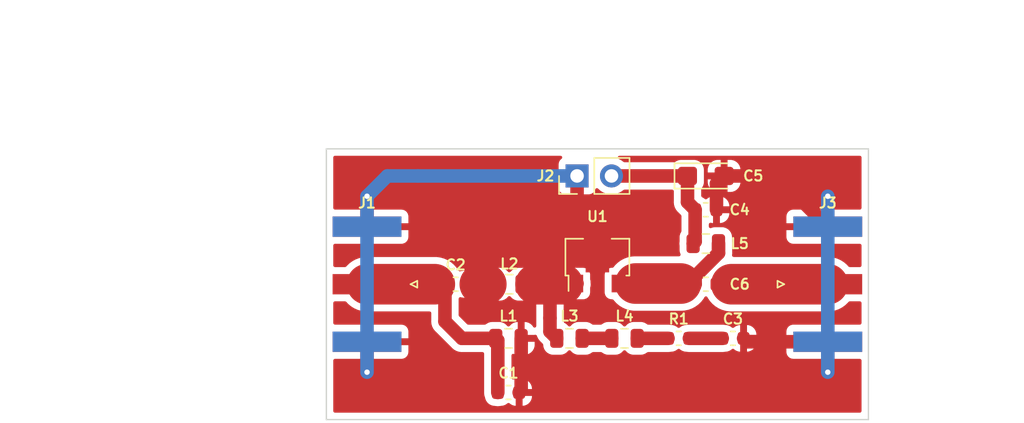
<source format=kicad_pcb>
(kicad_pcb (version 20201116) (generator pcbnew)
  (layers (0 "F.Cu" signal) (31 "B.Cu" signal) (34 "B.Paste" user) (35 "F.Paste" user) (36 "B.SilkS" user "B.Silkscreen") (37 "F.SilkS" user "F.Silkscreen") (38 "B.Mask" user) (39 "F.Mask" user) (44 "Edge.Cuts" user))
  (net 0 "")
  (net 1 "GND")
  (net 2 "Net-(C1-Pad1)")
  (net 3 "Net-(C2-Pad2)")
  (net 4 "Net-(C3-Pad1)")
  (net 5 "5V")
  (net 6 "Net-(C6-Pad2)")
  (net 7 "Net-(C6-Pad1)")
  (net 8 "Net-(L3-Pad1)")
  (net 9 "Net-(L3-Pad2)")
  (net 10 "Net-(L4-Pad2)")
  (footprint "Capacitor_SMD:C_0603_1608Metric" (layer "F.Cu") (at 138.4375 103)
    (fp_text reference "C1" (at 0 -1.43) (layer "F.SilkS") (effects (font (size 0.75 0.75))))
    (fp_text value "47pF")
    (fp_line (start -0.162779 -0.51) (end 0.162779 -0.51) (layer "F.SilkS") (width 0.12))
    (fp_line (start -0.162779 0.51) (end 0.162779 0.51) (layer "F.SilkS") (width 0.12))
    (pad "1" smd roundrect (at -0.7875 0) (size 0.875 0.95) (layers "F.Cu" "F.Paste" "F.Mask") (net 2 "Net-(C1-Pad1)"))
    (pad "2" smd roundrect (at 0.7875 0) (size 0.875 0.95) (layers "F.Cu" "F.Paste" "F.Mask") (net 1 "GND"))
  )
  (footprint "Capacitor_SMD:C_0603_1608Metric" (layer "F.Cu") (at 153 95)
    (fp_text reference "C6" (at 2.5 0) (layer "F.SilkS") (effects (font (size 0.75 0.75))))
    (fp_text value "0.01uF")
    (fp_line (start -0.162779 0.51) (end 0.162779 0.51) (layer "F.SilkS") (width 0.12))
    (fp_line (start -0.162779 -0.51) (end 0.162779 -0.51) (layer "F.SilkS") (width 0.12))
    (pad "1" smd roundrect (at -0.7875 0) (size 0.875 0.95) (layers "F.Cu" "F.Paste" "F.Mask") (net 7 "Net-(C6-Pad1)"))
    (pad "2" smd roundrect (at 0.7875 0) (size 0.875 0.95) (layers "F.Cu" "F.Paste" "F.Mask") (net 6 "Net-(C6-Pad2)"))
  )
  (footprint "Package_TO_SOT_SMD:SOT-89-3" (layer "F.Cu") (at 145 93.3 90)
    (fp_text reference "U1" (at 3.3 0 180) (layer "F.SilkS") (effects (font (size 0.75 0.75))))
    (fp_text value "PGA-103+")
    (fp_line (start 1.66 2.36) (end -1.06 2.36) (layer "F.SilkS") (width 0.12))
    (fp_line (start -2.2 -2.13) (end -1.06 -2.13) (layer "F.SilkS") (width 0.12))
    (fp_line (start -1.06 -2.36) (end -1.06 -2.13) (layer "F.SilkS") (width 0.12))
    (fp_line (start -1.06 2.36) (end -1.06 2.13) (layer "F.SilkS") (width 0.12))
    (fp_line (start 1.66 1.05) (end 1.66 2.36) (layer "F.SilkS") (width 0.12))
    (fp_line (start -1.06 -2.36) (end 1.66 -2.36) (layer "F.SilkS") (width 0.12))
    (fp_line (start 1.66 -2.36) (end 1.66 -1.05) (layer "F.SilkS") (width 0.12))
    (pad "1" smd rect (at -1.65 -1.5 90) (size 1.3 0.9) (layers "F.Cu" "F.Paste" "F.Mask") (net 8 "Net-(L3-Pad1)"))
    (pad "2" smd custom (at -1.5625 0 90) (size 1.475 0.9) (layers "F.Cu" "F.Paste" "F.Mask") (net 1 "GND") (options (clearance outline) (anchor rect)) (primitives (gr_poly (pts (xy 0.7375 -0.8665) (xy 3.8625 -0.8665) (xy 3.8625 0.8665) (xy 0.7375 0.8665)) (width 0) (fill yes))))
    (pad "3" smd rect (at -1.65 1.5 90) (size 1.3 0.9) (layers "F.Cu" "F.Paste" "F.Mask") (net 7 "Net-(C6-Pad1)"))
  )
  (footprint "Inductor_SMD:L_0805_2012Metric" (layer "F.Cu") (at 138.5 95 180)
    (fp_text reference "L2" (at 0 1.5) (layer "F.SilkS") (effects (font (size 0.75 0.75))))
    (fp_text value "120nH")
    (fp_line (start -0.258578 -0.71) (end 0.258578 -0.71) (layer "F.SilkS") (width 0.12))
    (fp_line (start -0.258578 0.71) (end 0.258578 0.71) (layer "F.SilkS") (width 0.12))
    (pad "1" smd roundrect (at -0.9375 0 180) (size 0.975 1.4) (layers "F.Cu" "F.Paste" "F.Mask") (net 8 "Net-(L3-Pad1)"))
    (pad "2" smd roundrect (at 0.9375 0 180) (size 0.975 1.4) (layers "F.Cu" "F.Paste" "F.Mask") (net 3 "Net-(C2-Pad2)"))
  )
  (footprint "Connector_Coaxial:SMA_Amphenol_132289_EdgeMount" (layer "F.Cu") (at 162 95)
    (fp_text reference "J3" (at 0 -6 180) (layer "F.SilkS") (effects (font (size 0.75 0.75))))
    (fp_text value "Conn_Coaxial")
    (fp_line (start -3.71 0.25) (end -3.21 0) (layer "F.SilkS") (width 0.12))
    (fp_line (start -3.21 0) (end -3.71 -0.25) (layer "F.SilkS") (width 0.12))
    (fp_line (start -3.71 -0.25) (end -3.71 0.25) (layer "F.SilkS") (width 0.12))
    (pad "1" smd rect (at 0 0 90) (size 1.5 5.08) (layers "F.Cu" "F.Paste" "F.Mask") (net 6 "Net-(C6-Pad2)"))
    (pad "2" smd rect (at 0 4.25 90) (size 1.5 5.08) (layers "F.Cu" "F.Paste" "F.Mask") (net 1 "GND"))
    (pad "2" smd rect (at 0 -4.25 90) (size 1.5 5.08) (layers "F.Cu" "F.Paste" "F.Mask") (net 1 "GND"))
    (pad "2" smd rect (at 0 4.25 90) (size 1.5 5.08) (layers "B.Cu" "B.Paste" "B.Mask") (net 1 "GND"))
    (pad "2" smd rect (at 0 -4.25 90) (size 1.5 5.08) (layers "B.Cu" "B.Paste" "B.Mask") (net 1 "GND"))
  )
  (footprint "Capacitor_SMD:C_0603_1608Metric" (layer "F.Cu") (at 134.5375 95)
    (fp_text reference "C2" (at 0 -1.43) (layer "F.SilkS") (effects (font (size 0.75 0.75))))
    (fp_text value "1.2pF")
    (fp_line (start -0.162779 -0.51) (end 0.162779 -0.51) (layer "F.SilkS") (width 0.12))
    (fp_line (start -0.162779 0.51) (end 0.162779 0.51) (layer "F.SilkS") (width 0.12))
    (pad "1" smd roundrect (at -0.7875 0) (size 0.875 0.95) (layers "F.Cu" "F.Paste" "F.Mask") (net 2 "Net-(C1-Pad1)"))
    (pad "2" smd roundrect (at 0.7875 0) (size 0.875 0.95) (layers "F.Cu" "F.Paste" "F.Mask") (net 3 "Net-(C2-Pad2)"))
  )
  (footprint "Resistor_SMD:R_0603_1608Metric" (layer "F.Cu") (at 151 99)
    (fp_text reference "R1" (at 0 -1.43) (layer "F.SilkS") (effects (font (size 0.75 0.75))))
    (fp_text value "150R")
    (fp_line (start -0.162779 -0.51) (end 0.162779 -0.51) (layer "F.SilkS") (width 0.12))
    (fp_line (start -0.162779 0.51) (end 0.162779 0.51) (layer "F.SilkS") (width 0.12))
    (pad "1" smd roundrect (at -0.7875 0) (size 0.875 0.95) (layers "F.Cu" "F.Paste" "F.Mask") (net 10 "Net-(L4-Pad2)"))
    (pad "2" smd roundrect (at 0.7875 0) (size 0.875 0.95) (layers "F.Cu" "F.Paste" "F.Mask") (net 4 "Net-(C3-Pad1)"))
  )
  (footprint "Inductor_SMD:L_0805_2012Metric" (layer "F.Cu") (at 147 99)
    (fp_text reference "L4" (at 0 -1.65) (layer "F.SilkS") (effects (font (size 0.75 0.75))))
    (fp_text value "310nH")
    (fp_line (start -0.258578 -0.71) (end 0.258578 -0.71) (layer "F.SilkS") (width 0.12))
    (fp_line (start -0.258578 0.71) (end 0.258578 0.71) (layer "F.SilkS") (width 0.12))
    (pad "1" smd roundrect (at -0.9375 0) (size 0.975 1.4) (layers "F.Cu" "F.Paste" "F.Mask") (net 9 "Net-(L3-Pad2)"))
    (pad "2" smd roundrect (at 0.9375 0) (size 0.975 1.4) (layers "F.Cu" "F.Paste" "F.Mask") (net 10 "Net-(L4-Pad2)"))
  )
  (footprint "Connector_PinHeader_2.54mm:PinHeader_1x02_P2.54mm_Vertical" (layer "F.Cu") (at 143.5 87 90)
    (fp_text reference "J2" (at 0 -2.33 180) (layer "F.SilkS") (effects (font (size 0.75 0.75))))
    (fp_text value "V5-GND")
    (fp_line (start -1.33 -1.33) (end 0 -1.33) (layer "F.SilkS") (width 0.12))
    (fp_line (start -1.33 0) (end -1.33 -1.33) (layer "F.SilkS") (width 0.12))
    (fp_line (start 1.33 1.27) (end 1.33 3.87) (layer "F.SilkS") (width 0.12))
    (fp_line (start -1.33 3.87) (end 1.33 3.87) (layer "F.SilkS") (width 0.12))
    (fp_line (start -1.33 1.27) (end -1.33 3.87) (layer "F.SilkS") (width 0.12))
    (fp_line (start -1.33 1.27) (end 1.33 1.27) (layer "F.SilkS") (width 0.12))
    (pad "1" thru_hole rect (at 0 0 90) (size 1.7 1.7) (drill 1) (layers *.Cu *.Mask) (net 1 "GND"))
    (pad "2" thru_hole oval (at 0 2.54 90) (size 1.7 1.7) (drill 1) (layers *.Cu *.Mask) (net 5 "5V"))
  )
  (footprint "Capacitor_SMD:C_0603_1608Metric" (layer "F.Cu") (at 153 89.5)
    (fp_text reference "C4" (at 2.5 0) (layer "F.SilkS") (effects (font (size 0.75 0.75))))
    (fp_text value "0.33uF")
    (fp_line (start -0.162779 0.51) (end 0.162779 0.51) (layer "F.SilkS") (width 0.12))
    (fp_line (start -0.162779 -0.51) (end 0.162779 -0.51) (layer "F.SilkS") (width 0.12))
    (pad "1" smd roundrect (at -0.7875 0) (size 0.875 0.95) (layers "F.Cu" "F.Paste" "F.Mask") (net 5 "5V"))
    (pad "2" smd roundrect (at 0.7875 0) (size 0.875 0.95) (layers "F.Cu" "F.Paste" "F.Mask") (net 1 "GND"))
  )
  (footprint "Inductor_SMD:L_0805_2012Metric" (layer "F.Cu") (at 142.9375 99)
    (fp_text reference "L3" (at 0 -1.65) (layer "F.SilkS") (effects (font (size 0.75 0.75))))
    (fp_text value "310nH")
    (fp_line (start -0.258578 -0.71) (end 0.258578 -0.71) (layer "F.SilkS") (width 0.12))
    (fp_line (start -0.258578 0.71) (end 0.258578 0.71) (layer "F.SilkS") (width 0.12))
    (pad "1" smd roundrect (at -0.9375 0) (size 0.975 1.4) (layers "F.Cu" "F.Paste" "F.Mask") (net 8 "Net-(L3-Pad1)"))
    (pad "2" smd roundrect (at 0.9375 0) (size 0.975 1.4) (layers "F.Cu" "F.Paste" "F.Mask") (net 9 "Net-(L3-Pad2)"))
  )
  (footprint "Inductor_SMD:L_0805_2012Metric" (layer "F.Cu") (at 153 92 180)
    (fp_text reference "L5" (at -2.5 0) (layer "F.SilkS") (effects (font (size 0.75 0.75))))
    (fp_text value "220nH")
    (fp_line (start -0.258578 0.71) (end 0.258578 0.71) (layer "F.SilkS") (width 0.12))
    (fp_line (start -0.258578 -0.71) (end 0.258578 -0.71) (layer "F.SilkS") (width 0.12))
    (pad "1" smd roundrect (at -0.9375 0 180) (size 0.975 1.4) (layers "F.Cu" "F.Paste" "F.Mask") (net 7 "Net-(C6-Pad1)"))
    (pad "2" smd roundrect (at 0.9375 0 180) (size 0.975 1.4) (layers "F.Cu" "F.Paste" "F.Mask") (net 5 "5V"))
  )
  (footprint "Capacitor_SMD:C_0603_1608Metric" (layer "F.Cu") (at 155 99)
    (fp_text reference "C3" (at 0 -1.43) (layer "F.SilkS") (effects (font (size 0.75 0.75))))
    (fp_text value "330pF")
    (fp_line (start -0.162779 -0.51) (end 0.162779 -0.51) (layer "F.SilkS") (width 0.12))
    (fp_line (start -0.162779 0.51) (end 0.162779 0.51) (layer "F.SilkS") (width 0.12))
    (pad "1" smd roundrect (at -0.7875 0) (size 0.875 0.95) (layers "F.Cu" "F.Paste" "F.Mask") (net 4 "Net-(C3-Pad1)"))
    (pad "2" smd roundrect (at 0.7875 0) (size 0.875 0.95) (layers "F.Cu" "F.Paste" "F.Mask") (net 1 "GND"))
  )
  (footprint "Connector_Coaxial:SMA_Amphenol_132289_EdgeMount" (layer "F.Cu") (at 128 95 180)
    (fp_text reference "J1" (at 0 6 180) (layer "F.SilkS") (effects (font (size 0.75 0.75))))
    (fp_text value "Conn_Coaxial")
    (fp_line (start -3.21 0) (end -3.71 -0.25) (layer "F.SilkS") (width 0.12))
    (fp_line (start -3.71 0.25) (end -3.21 0) (layer "F.SilkS") (width 0.12))
    (fp_line (start -3.71 -0.25) (end -3.71 0.25) (layer "F.SilkS") (width 0.12))
    (pad "1" smd rect (at 0 0 270) (size 1.5 5.08) (layers "F.Cu" "F.Paste" "F.Mask") (net 2 "Net-(C1-Pad1)"))
    (pad "2" smd rect (at 0 -4.25 270) (size 1.5 5.08) (layers "B.Cu" "B.Paste" "B.Mask") (net 1 "GND"))
    (pad "2" smd rect (at 0 4.25 270) (size 1.5 5.08) (layers "F.Cu" "F.Paste" "F.Mask") (net 1 "GND"))
    (pad "2" smd rect (at 0 -4.25 270) (size 1.5 5.08) (layers "F.Cu" "F.Paste" "F.Mask") (net 1 "GND"))
    (pad "2" smd rect (at 0 4.25 270) (size 1.5 5.08) (layers "B.Cu" "B.Paste" "B.Mask") (net 1 "GND"))
  )
  (footprint "Inductor_SMD:L_0805_2012Metric" (layer "F.Cu") (at 138.4375 99)
    (fp_text reference "L1" (at 0 -1.65) (layer "F.SilkS") (effects (font (size 0.75 0.75))))
    (fp_text value "3nH")
    (fp_line (start -0.258578 -0.71) (end 0.258578 -0.71) (layer "F.SilkS") (width 0.12))
    (fp_line (start -0.258578 0.71) (end 0.258578 0.71) (layer "F.SilkS") (width 0.12))
    (pad "1" smd roundrect (at -0.9375 0) (size 0.975 1.4) (layers "F.Cu" "F.Paste" "F.Mask") (net 2 "Net-(C1-Pad1)"))
    (pad "2" smd roundrect (at 0.9375 0) (size 0.975 1.4) (layers "F.Cu" "F.Paste" "F.Mask") (net 1 "GND"))
  )
  (footprint "Capacitor_Tantalum_SMD:CP_EIA-3216-18_Kemet-A" (layer "F.Cu") (at 153 87)
    (fp_text reference "C5" (at 3.5 0) (layer "F.SilkS") (effects (font (size 0.75 0.75))))
    (fp_text value "10uF")
    (fp_line (start -2.31 -0.935) (end -2.31 0.935) (layer "F.SilkS") (width 0.12))
    (fp_line (start 1.6 -0.935) (end -2.31 -0.935) (layer "F.SilkS") (width 0.12))
    (fp_line (start -2.31 0.935) (end 1.6 0.935) (layer "F.SilkS") (width 0.12))
    (pad "1" smd roundrect (at -1.35 0) (size 1.4 1.35) (layers "F.Cu" "F.Paste" "F.Mask") (roundrect_rratio 0.185185) (net 5 "5V"))
    (pad "2" smd roundrect (at 1.35 0) (size 1.4 1.35) (layers "F.Cu" "F.Paste" "F.Mask") (roundrect_rratio 0.185185) (net 1 "GND"))
  )
  (gr_line (start 124.99975 104.99979) (end 124.99975 84.99983) (layer "Edge.Cuts") (width 0.1))
  (gr_line (start 164.99967 84.99983) (end 164.99967 104.99979) (layer "Edge.Cuts") (width 0.1))
  (gr_line (start 164.99967 104.99979) (end 124.99975 104.99979) (layer "Edge.Cuts") (width 0.1))
  (gr_line (start 124.99975 84.99983) (end 164.99967 84.99983) (layer "Edge.Cuts") (width 0.1))
  (segment (start 145 91.5) (end 145 94.8625) (width 1) (layer "F.Cu") (net 1))
  (segment (start 162 99.25) (end 156.0375 99.25) (width 1) (layer "F.Cu") (net 1))
  (segment (start 153.7875 89.5) (end 153.7875 87.5625) (width 1) (layer "F.Cu") (net 1))
  (segment (start 162 90.75) (end 158.25 87) (width 1) (layer "F.Cu") (net 1))
  (segment (start 156.0375 99.25) (end 155.7875 99) (width 1) (layer "F.Cu") (net 1))
  (segment (start 128 90.75) (end 128 88.5) (width 1) (layer "F.Cu") (net 1))
  (segment (start 162 90.75) (end 162 88.5) (width 1) (layer "F.Cu") (net 1))
  (segment (start 143.5 90) (end 145 91.5) (width 1) (layer "F.Cu") (net 1))
  (segment (start 139.375 99) (end 139.375 102.85) (width 1) (layer "F.Cu") (net 1))
  (segment (start 143.5 87) (end 143.5 90) (width 1) (layer "F.Cu") (net 1))
  (segment (start 128 101.5) (end 128 99.25) (width 1) (layer "F.Cu") (net 1))
  (segment (start 153.7875 87.5625) (end 154.35 87) (width 1) (layer "F.Cu") (net 1))
  (segment (start 162 99.25) (end 162 101.5) (width 1) (layer "F.Cu") (net 1))
  (segment (start 158.25 87) (end 154.35 87) (width 1) (layer "F.Cu") (net 1))
  (segment (start 139.375 102.85) (end 139.225 103) (width 1) (layer "F.Cu") (net 1))
  (segment (start 162 101.5) (end 162 98) (width 1) (layer "F.Cu") (net 1))
  (via (at 162 88.5) (size 0.8) (drill 0.4) (layers "F.Cu" "B.Cu") (net 1))
  (via (at 128 101.5) (size 0.8) (drill 0.4) (layers "F.Cu" "B.Cu") (net 1))
  (via (at 128 88.5) (size 0.8) (drill 0.4) (layers "F.Cu" "B.Cu") (net 1))
  (via (at 162 101.5) (size 0.8) (drill 0.4) (layers "F.Cu" "B.Cu") (net 1))
  (segment (start 128 88.5) (end 129.5 87) (width 1) (layer "B.Cu") (net 1))
  (segment (start 128 101.5) (end 128 99.25) (width 1) (layer "B.Cu") (net 1))
  (segment (start 162 99.25) (end 162 90.75) (width 1) (layer "B.Cu") (net 1))
  (segment (start 162 90.75) (end 162 88.5) (width 1) (layer "B.Cu") (net 1))
  (segment (start 128 90.75) (end 128 88.5) (width 1) (layer "B.Cu") (net 1))
  (segment (start 131.75 87) (end 143.5 87) (width 1) (layer "B.Cu") (net 1))
  (segment (start 128 99.25) (end 128 90.75) (width 1) (layer "B.Cu") (net 1))
  (segment (start 129.5 87) (end 131.75 87) (width 1) (layer "B.Cu") (net 1))
  (segment (start 162 99.25) (end 162 101.5) (width 1) (layer "B.Cu") (net 1))
  (segment (start 133 95) (end 128 95) (width 3) (layer "F.Cu") (net 2))
  (segment (start 133.75 95) (end 133.75 97.75) (width 1) (layer "F.Cu") (net 2))
  (segment (start 137.65 99.15) (end 137.5 99) (width 1) (layer "F.Cu") (net 2))
  (segment (start 137.65 103) (end 137.65 99.15) (width 1) (layer "F.Cu") (net 2))
  (segment (start 135 99) (end 137.5 99) (width 1) (layer "F.Cu") (net 2))
  (segment (start 133.75 97.75) (end 135 99) (width 1) (layer "F.Cu") (net 2))
  (segment (start 133.75 95) (end 133 95) (width 1) (layer "F.Cu") (net 2))
  (segment (start 136.325 95) (end 136.8 95) (width 3) (layer "F.Cu") (net 3))
  (segment (start 154.2125 99) (end 151.7875 99) (width 1) (layer "F.Cu") (net 4))
  (segment (start 151.65 88.9375) (end 152.2125 89.5) (width 1) (layer "F.Cu") (net 5))
  (segment (start 152.2125 91.85) (end 152.0625 92) (width 1) (layer "F.Cu") (net 5))
  (segment (start 151.65 87) (end 151.65 88.9375) (width 1) (layer "F.Cu") (net 5))
  (segment (start 146.04 87) (end 151.65 87) (width 1) (layer "F.Cu") (net 5))
  (segment (start 152.2125 89.5) (end 152.2125 91.85) (width 1) (layer "F.Cu") (net 5))
  (segment (start 154.8875 95) (end 162 95) (width 3) (layer "F.Cu") (net 6))
  (segment (start 152.1625 94.95) (end 152.2125 95) (width 1) (layer "F.Cu") (net 7))
  (segment (start 147.8 94.95) (end 151.1625 94.95) (width 3) (layer "F.Cu") (net 7))
  (segment (start 153.9375 92) (end 153.9375 92.7) (width 1) (layer "F.Cu") (net 7))
  (segment (start 152.2125 94.425) (end 153.9375 92.7) (width 1) (layer "F.Cu") (net 7))
  (segment (start 152.2125 94.425) (end 152.2125 95) (width 1) (layer "F.Cu") (net 7))
  (segment (start 141.5 95) (end 141.5 97.5) (width 1) (layer "F.Cu") (net 8))
  (segment (start 141.5 98.5) (end 142 99) (width 1) (layer "F.Cu") (net 8))
  (segment (start 141.5 97.5) (end 141.5 98.5) (width 1) (layer "F.Cu") (net 8))
  (segment (start 143.45 95) (end 143.5 94.95) (width 1) (layer "F.Cu") (net 8))
  (segment (start 140.4375 95) (end 142.45 95) (width 3) (layer "F.Cu") (net 8))
  (segment (start 146.0625 99) (end 143.875 99) (width 1) (layer "F.Cu") (net 9))
  (segment (start 150.2125 99) (end 147.9375 99) (width 1) (layer "F.Cu") (net 10))
  (zone (net 1) (net_name "GND") (layer "F.Cu") (connect_pads (clearance 0.508)) (min_thickness 0.254) (fill yes (thermal_gap 0.508) (thermal_bridge_width 0.508))
    (polygon (pts (xy 165 105) (xy 125 105) (xy 125 85) (xy 165 85)))
  )
)
</source>
